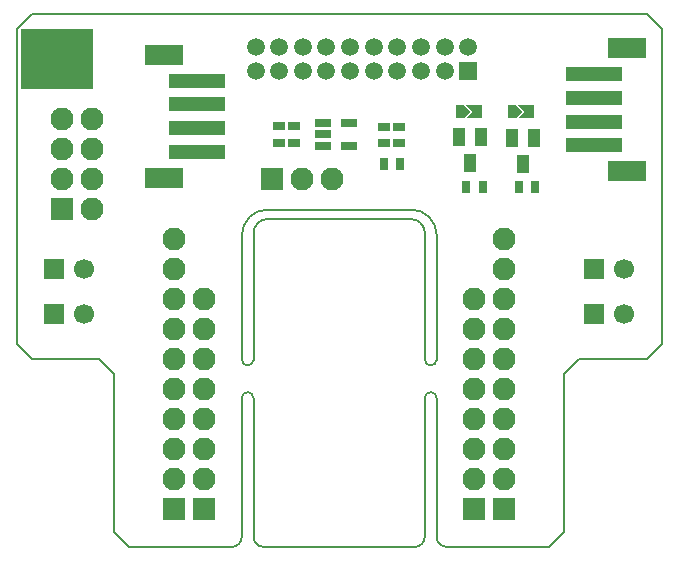
<source format=gts>
G04 Layer_Color=8388736*
%FSLAX43Y43*%
%MOMM*%
G71*
G01*
G75*
%ADD19C,0.127*%
%ADD34R,6.203X5.203*%
%ADD35R,1.100X1.500*%
%ADD36R,1.400X0.700*%
%ADD37R,0.990X0.740*%
%ADD38R,0.740X0.990*%
%ADD39R,0.740X1.100*%
%ADD40R,3.200X1.800*%
%ADD41R,4.700X1.200*%
%ADD42C,1.500*%
%ADD43R,1.500X1.500*%
%ADD44R,1.950X1.950*%
%ADD45C,1.950*%
%ADD46R,1.950X1.950*%
%ADD47C,1.700*%
%ADD48R,1.700X1.700*%
G36*
X39337Y-8805D02*
X37987D01*
X38537Y-8255D01*
X38537D01*
X37987Y-7705D01*
X39337D01*
Y-8805D01*
D02*
G37*
G36*
X38437Y-8255D02*
X37887Y-8805D01*
X37187D01*
Y-7705D01*
X37887D01*
X38437Y-8255D01*
D02*
G37*
G36*
X43739Y-8805D02*
X42389D01*
X42939Y-8255D01*
X42939D01*
X42389Y-7705D01*
X43739D01*
Y-8805D01*
D02*
G37*
G36*
X42839Y-8255D02*
X42289Y-8805D01*
X41589D01*
Y-7705D01*
X42289D01*
X42839Y-8255D01*
D02*
G37*
D19*
X33689Y-45085D02*
G03*
X34535Y-44239I0J846D01*
G01*
X20035D02*
G03*
X20881Y-45085I846J0D01*
G01*
X20035Y-32485D02*
G03*
X19035Y-32485I-500J0D01*
G01*
X18189Y-45085D02*
G03*
X19035Y-44239I-0J846D01*
G01*
X35535Y-32485D02*
G03*
X34535Y-32485I-500J0D01*
G01*
Y-29220D02*
G03*
X35535Y-29220I500J0D01*
G01*
Y-18669D02*
G03*
X33386Y-16520I-2149J0D01*
G01*
X34535Y-18510D02*
G03*
X33345Y-17320I-1190J0D01*
G01*
X21225D02*
G03*
X20035Y-18510I0J-1190D01*
G01*
X21229Y-16520D02*
G03*
X19035Y-18714I0J-2194D01*
G01*
Y-29220D02*
G03*
X20035Y-29220I500J0D01*
G01*
X35535Y-44239D02*
G03*
X36381Y-45085I846J0D01*
G01*
X54610Y-27940D02*
Y-1270D01*
X53340Y0D02*
X54610Y-1270D01*
X1270Y0D02*
X53340D01*
X46355Y-43815D02*
Y-30480D01*
X36381Y-45085D02*
X45085D01*
X46355Y-43815D01*
X8255D02*
Y-30480D01*
Y-43815D02*
X9525Y-45085D01*
X18189D01*
X0Y-27940D02*
Y-1270D01*
X1270Y0D01*
X20881Y-45085D02*
X33689D01*
X20035Y-44239D02*
Y-32520D01*
X19035Y-44239D02*
X19035Y-32520D01*
X35535D02*
X35535Y-44239D01*
X34535Y-44239D02*
Y-32520D01*
X46355Y-30480D02*
X47625Y-29210D01*
X53340D02*
X54610Y-27940D01*
X47625Y-29210D02*
X53340D01*
X0Y-27940D02*
X1270Y-29210D01*
X6985D01*
X8255Y-30480D01*
X35535Y-29220D02*
Y-18669D01*
X34535Y-29220D02*
Y-18510D01*
X21229Y-16520D02*
X33386D01*
X21225Y-17320D02*
X33345D01*
X20035Y-29220D02*
Y-18510D01*
X19035Y-29220D02*
Y-18714D01*
D34*
X3429Y-3810D02*
D03*
D35*
X38354Y-12614D02*
D03*
X37404Y-10414D02*
D03*
X39304D02*
D03*
X42865Y-12700D02*
D03*
X41915Y-10500D02*
D03*
X43815D02*
D03*
D36*
X28155Y-9210D02*
D03*
Y-11110D02*
D03*
X25955D02*
D03*
Y-10160D02*
D03*
Y-9210D02*
D03*
D37*
X22225Y-9460D02*
D03*
Y-10860D02*
D03*
X32385Y-9525D02*
D03*
Y-10925D02*
D03*
X23495Y-9460D02*
D03*
Y-10860D02*
D03*
X31115Y-9525D02*
D03*
Y-10925D02*
D03*
D38*
X31052Y-12700D02*
D03*
X32451D02*
D03*
D39*
X38036Y-14605D02*
D03*
X39437D02*
D03*
X42480D02*
D03*
X43880D02*
D03*
D40*
X12490Y-13820D02*
D03*
Y-3420D02*
D03*
X51645Y-2880D02*
D03*
Y-13280D02*
D03*
D41*
X15240Y-11620D02*
D03*
Y-9620D02*
D03*
Y-7620D02*
D03*
Y-5620D02*
D03*
X48895Y-5080D02*
D03*
Y-7080D02*
D03*
Y-9080D02*
D03*
Y-11080D02*
D03*
D42*
X20210Y-2794D02*
D03*
Y-4794D02*
D03*
X22210D02*
D03*
Y-2794D02*
D03*
X24210D02*
D03*
X26210D02*
D03*
X28210D02*
D03*
X30210D02*
D03*
X32210D02*
D03*
X34210D02*
D03*
X36210D02*
D03*
X38210D02*
D03*
X24210Y-4794D02*
D03*
X26210D02*
D03*
X28210D02*
D03*
X30210D02*
D03*
X32210D02*
D03*
X34210D02*
D03*
X36210D02*
D03*
D43*
X38210D02*
D03*
D44*
X3810Y-16510D02*
D03*
X13335Y-41910D02*
D03*
X41275D02*
D03*
X15875D02*
D03*
X38735D02*
D03*
D45*
X3810Y-13970D02*
D03*
Y-11430D02*
D03*
Y-8890D02*
D03*
X6350D02*
D03*
Y-11430D02*
D03*
Y-13970D02*
D03*
Y-16510D02*
D03*
X24130Y-13970D02*
D03*
X26670D02*
D03*
X13335Y-39370D02*
D03*
Y-36830D02*
D03*
Y-34290D02*
D03*
Y-31750D02*
D03*
Y-29210D02*
D03*
Y-26670D02*
D03*
Y-24130D02*
D03*
Y-21590D02*
D03*
Y-19050D02*
D03*
X41275Y-39370D02*
D03*
Y-36830D02*
D03*
Y-34290D02*
D03*
Y-31750D02*
D03*
Y-29210D02*
D03*
Y-26670D02*
D03*
Y-24130D02*
D03*
Y-21590D02*
D03*
Y-19050D02*
D03*
X15875Y-29210D02*
D03*
Y-31750D02*
D03*
Y-39370D02*
D03*
Y-36830D02*
D03*
Y-34290D02*
D03*
Y-26670D02*
D03*
Y-24130D02*
D03*
X38735Y-29210D02*
D03*
Y-31750D02*
D03*
Y-39370D02*
D03*
Y-36830D02*
D03*
Y-34290D02*
D03*
Y-26670D02*
D03*
Y-24130D02*
D03*
D46*
X21590Y-13970D02*
D03*
D47*
X5715Y-21590D02*
D03*
X51435D02*
D03*
X5715Y-25400D02*
D03*
X51435D02*
D03*
D48*
X3175Y-21590D02*
D03*
X48895D02*
D03*
X3175Y-25400D02*
D03*
X48895D02*
D03*
M02*

</source>
